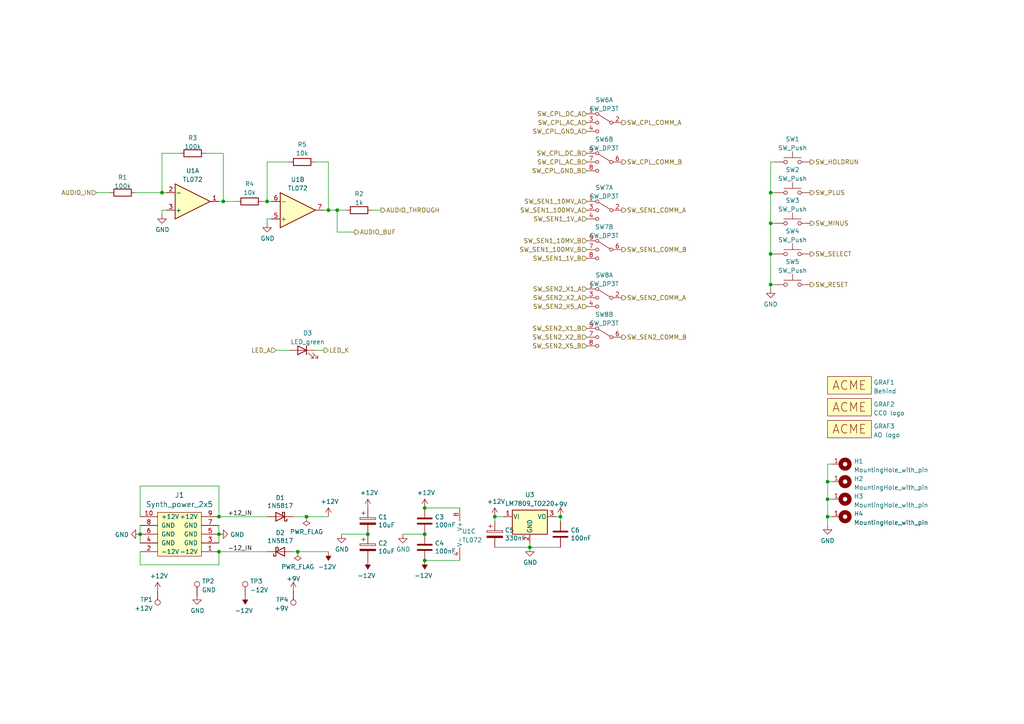
<source format=kicad_sch>
(kicad_sch (version 20230121) (generator eeschema)
  (paper "A4")
  (lib_symbols
    (symbol "AO_symbols:1N5817" (pin_numbers hide) (pin_names (offset 1.016) hide)
      (property "Reference" "D" (at 0 2.54 0))
      (property "Value" "1N5817" (at 0 -2.54 0))
      (symbol "1N5817_0_1"
        (polyline (pts (xy 1.27 0) (xy -1.27 0)))
        (polyline (pts (xy 1.27 1.27) (xy 1.27 -1.27) (xy -1.27 0) (xy 1.27 1.27)) (stroke (width 0.254)))
        (polyline (pts (xy -1.905 0.635) (xy -1.905 1.27) (xy -1.27 1.27) (xy -1.27 -1.27) (xy -0.635 -1.27) (xy -0.635 -0.635)) (stroke (width 0.254)))
      )
      (symbol "1N5817_1_1"
        (pin passive line (at -3.81 0 0) (length 2.54) (name "K") (number "1"))
        (pin passive line (at 3.81 0 180) (length 2.54) (name "A") (number "2"))
      )
    )
    (symbol "AO_symbols:C" (pin_numbers hide) (pin_names (offset 0.254))
      (property "Reference" "C" (at 0.635 2.54 0))
      (property "Value" "C" (at 0.635 -2.54 0))
      (symbol "C_0_1"
        (polyline (pts (xy -2.032 -0.762) (xy 2.032 -0.762)) (stroke (width 0.508)))
        (polyline (pts (xy -2.032 0.762) (xy 2.032 0.762)) (stroke (width 0.508)))
      )
      (symbol "C_1_1"
        (pin passive line (at 0 3.81 270) (length 2.794) (name "~") (number "1"))
        (pin passive line (at 0 -3.81 90) (length 2.794) (name "~") (number "2"))
      )
    )
    (symbol "AO_symbols:CP" (pin_numbers hide) (pin_names (offset 0.254))
      (property "Reference" "C" (at 0.635 2.54 0))
      (property "Value" "CP" (at 0.635 -2.54 0))
      (symbol "CP_0_1"
        (rectangle (start -2.286 0.508) (end 2.286 1.016))
        (polyline (pts (xy -1.778 2.286) (xy -0.762 2.286)))
        (polyline (pts (xy -1.27 2.794) (xy -1.27 1.778)))
        (rectangle (start 2.286 -0.508) (end -2.286 -1.016) (fill (type outline)))
      )
      (symbol "CP_1_1"
        (pin passive line (at 0 3.81 270) (length 2.794) (name "~") (number "1"))
        (pin passive line (at 0 -3.81 90) (length 2.794) (name "~") (number "2"))
      )
    )
    (symbol "AO_symbols:Graphic" (pin_names (offset 1.016)) (in_bom no)
      (property "Reference" "GRAF" (at 0 -3.81 0))
      (property "Value" "Graphic" (at 0 3.81 0))
      (symbol "Graphic_0_0"
        (rectangle (start -6.35 2.54) (end 6.35 -2.54) (fill (type background)))
        (text "ACME" (at 0 0 0) (effects (font (size 2.54 2.54))))
      )
    )
    (symbol "AO_symbols:LED_green" (pin_numbers hide) (pin_names (offset 1.016) hide)
      (property "Reference" "D" (at 0 2.54 0))
      (property "Value" "LED_green" (at 0 -2.54 0))
      (symbol "LED_green_0_1"
        (polyline (pts (xy -1.27 -1.27) (xy -1.27 1.27)) (stroke (width 0.254)))
        (polyline (pts (xy -1.27 0) (xy 1.27 0)))
        (polyline (pts (xy 1.27 -1.27) (xy 1.27 1.27) (xy -1.27 0) (xy 1.27 -1.27)) (stroke (width 0.254)))
        (polyline (pts (xy -3.048 -0.762) (xy -4.572 -2.286) (xy -3.81 -2.286) (xy -4.572 -2.286) (xy -4.572 -1.524)))
        (polyline (pts (xy -1.778 -0.762) (xy -3.302 -2.286) (xy -2.54 -2.286) (xy -3.302 -2.286) (xy -3.302 -1.524)))
      )
      (symbol "LED_green_1_1"
        (pin passive line (at -3.81 0 0) (length 2.54) (name "K") (number "1"))
        (pin passive line (at 3.81 0 180) (length 2.54) (name "A") (number "2"))
      )
    )
    (symbol "AO_symbols:MountingHole_with_pin" (pin_names (offset 1.016)) (in_bom no)
      (property "Reference" "H" (at 0 5.08 0))
      (property "Value" "MountingHole_with_pin" (at 0 3.175 0))
      (symbol "MountingHole_with_pin_0_1"
        (circle (center 0 0) (radius 1.27) (stroke (width 1.27)))
      )
      (symbol "MountingHole_with_pin_1_1"
        (pin input line (at 0 -3.81 90) (length 2.54) (name "") (number "1"))
      )
    )
    (symbol "AO_symbols:R" (pin_numbers hide) (pin_names (offset 0))
      (property "Reference" "R" (at 2.032 0 90))
      (property "Value" "R" (at 0 0 90))
      (symbol "R_0_1"
        (rectangle (start -1.016 -2.54) (end 1.016 2.54) (stroke (width 0.254)))
      )
      (symbol "R_1_1"
        (pin passive line (at 0 3.81 270) (length 1.27) (name "~") (number "1"))
        (pin passive line (at 0 -3.81 90) (length 1.27) (name "~") (number "2"))
      )
    )
    (symbol "AO_symbols:SW_Push" (pin_numbers hide) (pin_names (offset 1.016) hide)
      (property "Reference" "SW" (at 1.27 2.54 0))
      (property "Value" "SW_Push" (at 0 -1.524 0))
      (symbol "SW_Push_0_1"
        (circle (center -2.032 0) (radius 0.508))
        (polyline (pts (xy 0 1.27) (xy 0 3.048)))
        (polyline (pts (xy 2.54 1.27) (xy -2.54 1.27)))
        (circle (center 2.032 0) (radius 0.508))
        (pin passive line (at -5.08 0 0) (length 2.54) (name "1") (number "1"))
        (pin passive line (at 5.08 0 180) (length 2.54) (name "2") (number "2"))
      )
    )
    (symbol "AO_symbols:Synth_power_2x5" (pin_names (offset 1.016))
      (property "Reference" "J" (at 0 -7.62 0))
      (property "Value" "Synth_power_2x5" (at 0 7.62 0))
      (symbol "Synth_power_2x5_0_1"
        (rectangle (start -6.35 6.35) (end 6.35 -6.35) (fill (type background)))
      )
      (symbol "Synth_power_2x5_1_1"
        (pin power_out line (at 11.43 -5.08 180) (length 5.08) (name "-12V") (number "1"))
        (pin passive line (at -11.43 5.08 0) (length 5.08) (name "+12V") (number "10"))
        (pin passive line (at -11.43 -5.08 0) (length 5.08) (name "-12V") (number "2"))
        (pin power_out line (at 11.43 -2.54 180) (length 5.08) (name "GND") (number "3"))
        (pin passive line (at -11.43 -2.54 0) (length 5.08) (name "GND") (number "4"))
        (pin passive line (at 11.43 0 180) (length 5.08) (name "GND") (number "5"))
        (pin passive line (at -11.43 0 0) (length 5.08) (name "GND") (number "6"))
        (pin passive line (at 11.43 2.54 180) (length 5.08) (name "GND") (number "7"))
        (pin passive line (at -11.43 2.54 0) (length 5.08) (name "GND") (number "8"))
        (pin power_out line (at 11.43 5.08 180) (length 5.08) (name "+12V") (number "9"))
      )
    )
    (symbol "AO_symbols:TL072" (pin_names (offset 0.127))
      (property "Reference" "U" (at 0 5.08 0))
      (property "Value" "TL072" (at 0 -5.08 0))
      (symbol "TL072_1_1"
        (polyline (pts (xy -5.08 5.08) (xy 5.08 0) (xy -5.08 -5.08) (xy -5.08 5.08)) (stroke (width 0.254)) (fill (type background)))
        (pin output line (at 7.62 0 180) (length 2.54) (name "~") (number "1"))
        (pin input line (at -7.62 -2.54 0) (length 2.54) (name "-") (number "2"))
        (pin input line (at -7.62 2.54 0) (length 2.54) (name "+") (number "3"))
      )
      (symbol "TL072_2_1"
        (polyline (pts (xy -5.08 5.08) (xy 5.08 0) (xy -5.08 -5.08) (xy -5.08 5.08)) (stroke (width 0.254)) (fill (type background)))
        (pin input line (at -7.62 2.54 0) (length 2.54) (name "+") (number "5"))
        (pin input line (at -7.62 -2.54 0) (length 2.54) (name "-") (number "6"))
        (pin output line (at 7.62 0 180) (length 2.54) (name "~") (number "7"))
      )
      (symbol "TL072_3_1"
        (pin power_in line (at -2.54 -7.62 90) (length 3.81) (name "V-") (number "4"))
        (pin power_in line (at -2.54 7.62 270) (length 3.81) (name "V+") (number "8"))
      )
    )
    (symbol "AO_symbols:TestPoint" (pin_numbers hide) (pin_names (offset 0.762) hide) (in_bom no)
      (property "Reference" "TP" (at 0 6.858 0))
      (property "Value" "TestPoint" (at 0 5.08 0))
      (symbol "TestPoint_0_1"
        (circle (center 0 3.302) (radius 0.762))
      )
      (symbol "TestPoint_1_1"
        (pin passive line (at 0 0 90) (length 2.54) (name "1") (number "1"))
      )
    )
    (symbol "Regulator_Linear:LM7809_TO220" (pin_names (offset 0.254))
      (property "Reference" "U" (at -3.81 3.175 0))
      (property "Value" "LM7809_TO220" (at 0 3.175 0))
      (symbol "LM7809_TO220_0_1"
        (rectangle (start -5.08 1.905) (end 5.08 -5.08) (stroke (width 0.254)) (fill (type background)))
      )
      (symbol "LM7809_TO220_1_1"
        (pin power_in line (at -7.62 0 0) (length 2.54) (name "VI") (number "1"))
        (pin power_in line (at 0 -7.62 90) (length 2.54) (name "GND") (number "2"))
        (pin power_out line (at 7.62 0 180) (length 2.54) (name "VO") (number "3"))
      )
    )
    (symbol "dso138:SW_DP3T" (pin_names (offset 0) hide)
      (property "Reference" "SW2" (at 0 6.8367 0))
      (property "Value" "SW_DP3T" (at 0 4.0616 0))
      (symbol "SW_DP3T_0_1"
        (circle (center -2.032 0) (radius 0.4572))
        (polyline (pts (xy -1.651 0.254) (xy 1.651 2.286)))
        (circle (center 2.032 -2.54) (radius 0.4572))
        (circle (center 2.032 0) (radius 0.4572))
        (circle (center 2.032 2.54) (radius 0.4572))
      )
      (symbol "SW_DP3T_1_1"
        (pin passive line (at 5.08 2.54 180) (length 2.54) (name "1") (number "1"))
        (pin passive line (at -5.08 0 0) (length 2.54) (name "2") (number "2"))
        (pin passive line (at 5.08 0 180) (length 2.54) (name "3") (number "3"))
        (pin passive line (at 5.08 -2.54 180) (length 2.54) (name "4") (number "4"))
      )
      (symbol "SW_DP3T_2_1"
        (pin passive line (at 5.08 2.54 180) (length 2.54) (name "5") (number "5"))
        (pin passive line (at -5.08 0 0) (length 2.54) (name "6") (number "6"))
        (pin passive line (at 5.08 0 180) (length 2.54) (name "7") (number "7"))
        (pin passive line (at 5.08 -2.54 180) (length 2.54) (name "8") (number "8"))
      )
    )
    (symbol "power:+12V" (power) (pin_names (offset 0))
      (property "Value" "+12V" (at 0 3.556 0))
      (symbol "+12V_0_1"
        (polyline (pts (xy -0.762 1.27) (xy 0 2.54)))
        (polyline (pts (xy 0 0) (xy 0 2.54)))
        (polyline (pts (xy 0 2.54) (xy 0.762 1.27)))
      )
      (symbol "+12V_1_1"
        (pin power_in line (at 0 0 90) (length 0) hide (name "+12V") (number "1"))
      )
    )
    (symbol "power:+9V" (power) (pin_names (offset 0))
      (property "Value" "+9V" (at 0 3.556 0))
      (symbol "+9V_0_1"
        (polyline (pts (xy -0.762 1.27) (xy 0 2.54)))
        (polyline (pts (xy 0 0) (xy 0 2.54)))
        (polyline (pts (xy 0 2.54) (xy 0.762 1.27)))
      )
      (symbol "+9V_1_1"
        (pin power_in line (at 0 0 90) (length 0) hide (name "+9V") (number "1"))
      )
    )
    (symbol "power:-12V" (power) (pin_names (offset 0))
      (property "Value" "-12V" (at 0 3.81 0))
      (symbol "-12V_0_0"
        (pin power_in line (at 0 0 90) (length 0) hide (name "-12V") (number "1"))
      )
      (symbol "-12V_0_1"
        (polyline (pts (xy 0 0) (xy 0 1.27) (xy 0.762 1.27) (xy 0 2.54) (xy -0.762 1.27) (xy 0 1.27)) (fill (type outline)))
      )
    )
    (symbol "power:GND" (power) (pin_names (offset 0))
      (property "Value" "GND" (at 0 -3.81 0))
      (symbol "GND_0_1"
        (polyline (pts (xy 0 0) (xy 0 -1.27) (xy 1.27 -1.27) (xy 0 -2.54) (xy -1.27 -1.27) (xy 0 -1.27)))
      )
      (symbol "GND_1_1"
        (pin power_in line (at 0 0 270) (length 0) hide (name "GND") (number "1"))
      )
    )
    (symbol "power:PWR_FLAG" (power) (pin_numbers hide) (pin_names (offset 0) hide)
      (property "Value" "PWR_FLAG" (at 0 3.81 0))
      (symbol "PWR_FLAG_0_0"
        (pin power_out line (at 0 0 90) (length 0) (name "pwr") (number "1"))
      )
      (symbol "PWR_FLAG_0_1"
        (polyline (pts (xy 0 0) (xy 0 1.27) (xy -1.016 1.905) (xy 0 2.54) (xy 1.016 1.905) (xy 0 1.27)))
      )
    )
  )
  (junction (at 240.03 149.86))
  (junction (at 153.67 158.75))
  (junction (at 162.56 149.86))
  (junction (at 240.03 144.78))
  (junction (at 123.19 154.94))
  (junction (at 64.77 58.42))
  (junction (at 223.52 73.66))
  (junction (at 63.5 149.86))
  (junction (at 223.52 55.88))
  (junction (at 106.68 154.94))
  (junction (at 88.9 149.86))
  (junction (at 97.79 60.96))
  (junction (at 123.19 162.56))
  (junction (at 95.25 60.96))
  (junction (at 223.52 82.55))
  (junction (at 240.03 139.7))
  (junction (at 223.52 64.77))
  (junction (at 143.51 149.86))
  (junction (at 40.64 154.94))
  (junction (at 46.99 55.88))
  (junction (at 77.47 58.42))
  (junction (at 63.5 160.02))
  (junction (at 123.19 147.32))
  (junction (at 63.5 154.94))
  (junction (at 86.36 160.02))
  (wire (pts (xy 107.95 60.96) (xy 110.49 60.96)))
  (wire (pts (xy 123.19 162.56) (xy 133.35 162.56)))
  (wire (pts (xy 27.94 55.88) (xy 31.75 55.88)))
  (wire (pts (xy 86.36 160.02) (xy 95.25 160.02)))
  (wire (pts (xy 223.52 55.88) (xy 223.52 64.77)))
  (wire (pts (xy 40.64 149.86) (xy 40.64 140.97)))
  (wire (pts (xy 240.03 134.62) (xy 241.3 134.62)))
  (wire (pts (xy 97.79 67.31) (xy 97.79 60.96)))
  (wire (pts (xy 46.99 55.88) (xy 46.99 44.45)))
  (wire (pts (xy 64.77 58.42) (xy 68.58 58.42)))
  (wire (pts (xy 223.52 64.77) (xy 224.79 64.77)))
  (wire (pts (xy 97.79 60.96) (xy 100.33 60.96)))
  (wire (pts (xy 240.03 139.7) (xy 241.3 139.7)))
  (wire (pts (xy 240.03 152.4) (xy 240.03 149.86)))
  (wire (pts (xy 153.67 158.75) (xy 143.51 158.75)))
  (wire (pts (xy 240.03 144.78) (xy 241.3 144.78)))
  (wire (pts (xy 63.5 163.83) (xy 63.5 160.02)))
  (wire (pts (xy 99.06 154.94) (xy 106.68 154.94)))
  (wire (pts (xy 46.99 62.23) (xy 46.99 60.96)))
  (wire (pts (xy 223.52 73.66) (xy 223.52 82.55)))
  (wire (pts (xy 83.82 46.99) (xy 77.47 46.99)))
  (wire (pts (xy 46.99 44.45) (xy 52.07 44.45)))
  (wire (pts (xy 85.09 160.02) (xy 86.36 160.02)))
  (wire (pts (xy 46.99 55.88) (xy 48.26 55.88)))
  (wire (pts (xy 77.47 64.77) (xy 77.47 63.5)))
  (wire (pts (xy 97.79 67.31) (xy 102.87 67.31)))
  (wire (pts (xy 40.64 140.97) (xy 63.5 140.97)))
  (wire (pts (xy 39.37 55.88) (xy 46.99 55.88)))
  (wire (pts (xy 161.29 149.86) (xy 162.56 149.86)))
  (wire (pts (xy 77.47 63.5) (xy 78.74 63.5)))
  (wire (pts (xy 223.52 64.77) (xy 223.52 73.66)))
  (wire (pts (xy 240.03 149.86) (xy 241.3 149.86)))
  (wire (pts (xy 223.52 82.55) (xy 223.52 83.82)))
  (wire (pts (xy 240.03 139.7) (xy 240.03 134.62)))
  (wire (pts (xy 64.77 44.45) (xy 64.77 58.42)))
  (wire (pts (xy 95.25 46.99) (xy 95.25 60.96)))
  (wire (pts (xy 240.03 149.86) (xy 240.03 144.78)))
  (wire (pts (xy 59.69 44.45) (xy 64.77 44.45)))
  (wire (pts (xy 40.64 154.94) (xy 40.64 157.48)))
  (wire (pts (xy 223.52 73.66) (xy 224.79 73.66)))
  (wire (pts (xy 143.51 149.86) (xy 146.05 149.86)))
  (wire (pts (xy 77.47 46.99) (xy 77.47 58.42)))
  (wire (pts (xy 95.25 60.96) (xy 97.79 60.96)))
  (wire (pts (xy 240.03 144.78) (xy 240.03 139.7)))
  (wire (pts (xy 63.5 149.86) (xy 77.47 149.86)))
  (wire (pts (xy 63.5 152.4) (xy 63.5 154.94)))
  (wire (pts (xy 91.44 46.99) (xy 95.25 46.99)))
  (wire (pts (xy 116.84 154.94) (xy 123.19 154.94)))
  (wire (pts (xy 80.01 101.6) (xy 83.82 101.6)))
  (wire (pts (xy 40.64 160.02) (xy 40.64 163.83)))
  (wire (pts (xy 153.67 157.48) (xy 153.67 158.75)))
  (wire (pts (xy 40.64 163.83) (xy 63.5 163.83)))
  (wire (pts (xy 63.5 140.97) (xy 63.5 149.86)))
  (wire (pts (xy 224.79 46.99) (xy 223.52 46.99)))
  (wire (pts (xy 162.56 149.86) (xy 162.56 151.13)))
  (wire (pts (xy 46.99 60.96) (xy 48.26 60.96)))
  (wire (pts (xy 88.9 149.86) (xy 95.25 149.86)))
  (wire (pts (xy 224.79 55.88) (xy 223.52 55.88)))
  (wire (pts (xy 95.25 60.96) (xy 93.98 60.96)))
  (wire (pts (xy 143.51 151.13) (xy 143.51 149.86)))
  (wire (pts (xy 63.5 58.42) (xy 64.77 58.42)))
  (wire (pts (xy 223.52 46.99) (xy 223.52 55.88)))
  (wire (pts (xy 162.56 158.75) (xy 153.67 158.75)))
  (wire (pts (xy 76.2 58.42) (xy 77.47 58.42)))
  (wire (pts (xy 85.09 149.86) (xy 88.9 149.86)))
  (wire (pts (xy 40.64 152.4) (xy 40.64 154.94)))
  (wire (pts (xy 63.5 154.94) (xy 63.5 157.48)))
  (wire (pts (xy 63.5 160.02) (xy 77.47 160.02)))
  (wire (pts (xy 91.44 101.6) (xy 93.98 101.6)))
  (wire (pts (xy 123.19 147.32) (xy 133.35 147.32)))
  (wire (pts (xy 77.47 58.42) (xy 78.74 58.42)))
  (wire (pts (xy 223.52 82.55) (xy 224.79 82.55)))
  (label "+12_IN" (at 66.04 149.86 0))
  (label "-12_IN" (at 66.04 160.02 0))
  (hierarchical_label "SW_SEN1_10MV_A" (shape input) (at 170.18 58.42 180))
  (hierarchical_label "SW_SEN2_X1_A" (shape input) (at 170.18 83.82 180))
  (hierarchical_label "SW_SEN1_100MV_A" (shape input) (at 170.18 60.96 180))
  (hierarchical_label "SW_SEN2_X2_A" (shape input) (at 170.18 86.36 180))
  (hierarchical_label "SW_SEN1_COMM_A" (shape output) (at 180.34 60.96 0))
  (hierarchical_label "SW_MINUS" (shape output) (at 234.95 64.77 0))
  (hierarchical_label "SW_SEN1_COMM_B" (shape output) (at 180.34 72.39 0))
  (hierarchical_label "SW_CPL_AC_A" (shape input) (at 170.18 35.56 180))
  (hierarchical_label "SW_RESET" (shape output) (at 234.95 82.55 0))
  (hierarchical_label "AUDIO_THROUGH" (shape output) (at 110.49 60.96 0))
  (hierarchical_label "SW_CPL_GND_B" (shape input) (at 170.18 49.53 180))
  (hierarchical_label "SW_CPL_AC_B" (shape input) (at 170.18 46.99 180))
  (hierarchical_label "SW_CPL_DC_A" (shape input) (at 170.18 33.02 180))
  (hierarchical_label "SW_SEN2_COMM_A" (shape output) (at 180.34 86.36 0))
  (hierarchical_label "SW_SEN2_X5_A" (shape input) (at 170.18 88.9 180))
  (hierarchical_label "SW_SEN1_1V_B" (shape input) (at 170.18 74.93 180))
  (hierarchical_label "SW_CPL_COMM_B" (shape output) (at 180.34 46.99 0))
  (hierarchical_label "SW_SEN2_COMM_B" (shape output) (at 180.34 97.79 0))
  (hierarchical_label "SW_CPL_COMM_A" (shape output) (at 180.34 35.56 0))
  (hierarchical_label "SW_SEN2_X5_B" (shape input) (at 170.18 100.33 180))
  (hierarchical_label "LED_K" (shape output) (at 93.98 101.6 0))
  (hierarchical_label "SW_SELECT" (shape output) (at 234.95 73.66 0))
  (hierarchical_label "SW_CPL_DC_B" (shape input) (at 170.18 44.45 180))
  (hierarchical_label "SW_PLUS" (shape output) (at 234.95 55.88 0))
  (hierarchical_label "AUDIO_IN" (shape input) (at 27.94 55.88 180))
  (hierarchical_label "SW_SEN2_X2_B" (shape input) (at 170.18 97.79 180))
  (hierarchical_label "SW_SEN1_100MV_B" (shape input) (at 170.18 72.39 180))
  (hierarchical_label "SW_HOLDRUN" (shape output) (at 234.95 46.99 0))
  (hierarchical_label "SW_SEN1_1V_A" (shape input) (at 170.18 63.5 180))
  (hierarchical_label "SW_SEN1_10MV_B" (shape input) (at 170.18 69.85 180))
  (hierarchical_label "SW_SEN2_X1_B" (shape input) (at 170.18 95.25 180))
  (hierarchical_label "SW_CPL_GND_A" (shape input) (at 170.18 38.1 180))
  (hierarchical_label "LED_A" (shape input) (at 80.01 101.6 180))
  (hierarchical_label "AUDIO_BUF" (shape output) (at 102.87 67.31 0))
  (symbol (lib_id "power:GND") (at 116.84 154.94 0) (unit 1)
    (property "Reference" "#PWR016" (effects hide))
    (property "Value" "GND" (at 116.967 159.3342 0))
    (instances (project "dso138" (path "" (reference "#PWR016") (unit 1)) (path "" (reference "#PWR021") (unit 1))))
  )
  (symbol (lib_id "power:-12V") (at 71.12 172.72 180) (unit 1)
    (property "Reference" "#PWR08" (effects hide))
    (property "Value" "-12V" (at 70.739 177.1142 0))
    (instances (project "dso138" (path "" (reference "#PWR08") (unit 1)) (path "" (reference "#PWR014") (unit 1))))
  )
  (symbol (lib_id "power:GND") (at 240.03 152.4 0) (unit 1)
    (property "Reference" "#PWR03" (effects hide))
    (property "Value" "GND" (at 240.03 156.8434 0))
    (instances (project "dso138" (path "" (reference "#PWR03") (unit 1)) (path "" (reference "#PWR010") (unit 1))))
  )
  (symbol (lib_id "AO_symbols:LED_green") (at 87.63 101.6 0) (mirror y) (unit 1)
    (property "Reference" "D3" (at 89.2175 96.6302 0))
    (property "Value" "LED_green" (at 89.2175 99.1671 0))
    (property "Footprint" "AO_tht:LED_D5.0mm" (effects hide))
    (property "Vendor" "Tayda" (effects hide))
    (property "SKU" "A-1553" (effects hide))
  )
  (symbol (lib_id "power:-12V") (at 106.68 162.56 180) (unit 1)
    (property "Reference" "#PWR015" (effects hide))
    (property "Value" "-12V" (at 106.299 166.9542 0))
    (instances (project "dso138" (path "" (reference "#PWR015") (unit 1)) (path "" (reference "#PWR020") (unit 1))))
  )
  (symbol (lib_id "AO_symbols:Synth_power_2x5") (at 52.07 154.94 0) (unit 1)
    (property "Reference" "J1" (at 52.07 143.5862 0) (effects (font (size 1.524 1.524))))
    (property "Value" "Synth_power_2x5" (at 52.07 146.2786 0) (effects (font (size 1.524 1.524))))
    (property "Footprint" "AO_tht:Power_Header" (effects hide))
    (property "Vendor" "Tayda" (effects hide))
    (property "SKU" "A-2939" (effects hide))
  )
  (symbol (lib_id "AO_symbols:TestPoint") (at 71.12 172.72 0) (unit 1) (in_bom no)
    (property "Reference" "TP3" (at 72.517 168.5833 0) (effects (justify left)))
    (property "Value" "-12V" (at 72.517 171.1202 0) (effects (justify left)))
    (property "Footprint" "AO_tht:TestPoint_THTPad_D1.5mm_Drill0.7mm" (effects hide))
    (property "Config" "DNF" (effects hide))
  )
  (symbol (lib_id "AO_symbols:R") (at 87.63 46.99 90) (unit 1)
    (property "Reference" "R5" (at 87.63 41.91 90))
    (property "Value" "10k" (at 87.63 44.45 90))
    (property "Footprint" "AO_tht:R_Axial_DIN0207_L6.3mm_D2.5mm_P10.16mm_Horizontal" (effects hide))
    (property "Vendor" "Tayda" (effects hide))
  )
  (symbol (lib_id "AO_symbols:TL072") (at 135.89 154.94 0) (unit 3)
    (property "Reference" "U1" (at 133.985 154.1053 0) (effects (justify left)))
    (property "Value" "TL072" (at 133.985 156.6422 0) (effects (justify left)))
    (property "Footprint" "AO_tht:DIP-8_W7.62mm_Socket_LongPads" (effects hide))
    (property "Vendor" "Tayda" (effects hide))
    (property "SKU" "A-037" (effects hide))
  )
  (symbol (lib_id "AO_symbols:TL072") (at 55.88 58.42 0) (mirror x) (unit 1)
    (property "Reference" "U1" (at 55.88 49.53 0))
    (property "Value" "TL072" (at 55.88 52.07 0))
    (property "Footprint" "AO_tht:DIP-8_W7.62mm_Socket_LongPads" (effects hide))
    (property "Vendor" "Tayda" (effects hide))
    (property "SKU" "A-037" (effects hide))
  )
  (symbol (lib_id "dso138:SW_DP3T") (at 175.26 72.39 0) (mirror y) (unit 2)
    (property "Reference" "SW7" (at 175.26 65.82 0))
    (property "Value" "SW_DP3T" (at 175.26 68.3569 0))
    (property "Footprint" "dso138:SW_CK_OS203012MU5QP1_DP3T" (effects hide))
    (property "Manufacturer" "C&K" (effects hide))
    (property "Part" "OS203012MU5QP1‎" (effects hide))
    (property "Vendor" "Digi-Key" (effects hide))
    (property "SKU" "CKN9554-ND" (effects hide))
  )
  (symbol (lib_id "AO_symbols:TestPoint") (at 45.72 171.45 0) (mirror x) (unit 1) (in_bom no)
    (property "Reference" "TP1" (at 44.323 173.9173 0) (effects (justify right)))
    (property "Value" "+12V" (at 44.323 176.4542 0) (effects (justify right)))
    (property "Footprint" "AO_tht:TestPoint_THTPad_D1.5mm_Drill0.7mm" (effects hide))
    (property "Config" "DNF" (effects hide))
  )
  (symbol (lib_id "power:+12V") (at 123.19 147.32 0) (unit 1)
    (property "Reference" "#PWR017" (effects hide))
    (property "Value" "+12V" (at 123.571 142.9258 0))
    (instances (project "dso138" (path "" (reference "#PWR017") (unit 1)) (path "" (reference "#PWR022") (unit 1))))
  )
  (symbol (lib_id "AO_symbols:CP") (at 106.68 151.13 0) (unit 1)
    (property "Reference" "C1" (at 109.6772 149.9616 0) (effects (justify left)))
    (property "Value" "10uF" (at 109.6772 152.273 0) (effects (justify left)))
    (property "Footprint" "AO_tht:CP_Radial_D6.3mm_P2.50mm" (effects hide))
    (property "Vendor" "Tayda" (effects hide))
    (property "SKU" "A-4349" (effects hide))
    (property "Description" "Electrolytic capacitor, 2.5 mm pitch" (effects hide))
  )
  (symbol (lib_id "AO_symbols:SW_Push") (at 229.87 46.99 0) (unit 1)
    (property "Reference" "SW1" (at 229.87 40.3692 0))
    (property "Value" "SW_Push" (at 229.87 42.9061 0))
    (property "Footprint" "AO_tht:Tactile_E-switch_TL1100F160Q" (effects hide))
    (property "Vendor" "Tayda" (effects hide))
    (property "SKU" "A-3487" (effects hide))
  )
  (symbol (lib_id "power:GND") (at 153.67 158.75 0) (unit 1)
    (property "Reference" "#PWR020" (effects hide))
    (property "Value" "GND" (at 153.797 163.1442 0))
    (instances (project "dso138" (path "" (reference "#PWR020") (unit 1)) (path "" (reference "#PWR025") (unit 1))))
  )
  (symbol (lib_id "power:+12V") (at 106.68 147.32 0) (unit 1)
    (property "Reference" "#PWR014" (effects hide))
    (property "Value" "+12V" (at 107.061 142.9258 0))
    (instances (project "dso138" (path "" (reference "#PWR014") (unit 1)) (path "" (reference "#PWR019") (unit 1))))
  )
  (symbol (lib_id "power:GND") (at 99.06 154.94 0) (unit 1)
    (property "Reference" "#PWR013" (effects hide))
    (property "Value" "GND" (at 99.187 159.3342 0))
    (instances (project "dso138" (path "" (reference "#PWR013") (unit 1)) (path "" (reference "#PWR018") (unit 1))))
  )
  (symbol (lib_id "AO_symbols:SW_Push") (at 229.87 64.77 0) (unit 1)
    (property "Reference" "SW3" (at 229.87 58.1492 0))
    (property "Value" "SW_Push" (at 229.87 60.6861 0))
    (property "Footprint" "AO_tht:Tactile_E-switch_TL1100F160Q" (effects hide))
    (property "Vendor" "Tayda" (effects hide))
    (property "SKU" "A-3487" (effects hide))
  )
  (symbol (lib_id "AO_symbols:C") (at 162.56 154.94 0) (unit 1)
    (property "Reference" "C6" (at 165.481 153.7716 0) (effects (justify left)))
    (property "Value" "100nF" (at 165.481 156.083 0) (effects (justify left)))
    (property "Footprint" "AO_tht:C_Disc_D3.0mm_W1.6mm_P2.50mm" (effects hide))
    (property "Vendor" "Tayda" (effects hide))
    (property "SKU" "A-962" (effects hide))
    (property "Description" "Ceramic capacitor, 2.5 mm pitch" (effects hide))
  )
  (symbol (lib_id "AO_symbols:Graphic") (at 246.38 124.46 0) (unit 1) (in_bom no)
    (property "Reference" "GRAF3" (at 253.365 123.6253 0) (effects (justify left)))
    (property "Value" "AO logo" (at 253.365 126.1622 0) (effects (justify left)))
    (property "Footprint" "AO_tht:analogoutput" (effects hide))
    (property "Config" "DNF" (effects hide))
  )
  (symbol (lib_id "AO_symbols:MountingHole_with_pin") (at 245.11 144.78 270) (unit 1) (in_bom no)
    (property "Reference" "H3" (at 247.65 143.9453 90) (effects (justify left)))
    (property "Value" "MountingHole_with_pin" (at 247.65 146.4822 90) (effects (justify left)))
    (property "Footprint" "AO_tht:MountingHole_3.2mm_Pad" (effects hide))
    (property "Config" "DNF" (effects hide))
  )
  (symbol (lib_id "power:+12V") (at 143.51 149.86 0) (unit 1)
    (property "Reference" "#PWR019" (effects hide))
    (property "Value" "+12V" (at 143.891 145.4658 0))
    (instances (project "dso138" (path "" (reference "#PWR019") (unit 1)) (path "" (reference "#PWR024") (unit 1))))
  )
  (symbol (lib_id "power:GND") (at 40.64 154.94 270) (unit 1)
    (property "Reference" "#PWR01" (effects hide))
    (property "Value" "GND" (at 37.3888 155.067 90) (effects (justify right)))
    (instances (project "dso138" (path "" (reference "#PWR01") (unit 1)) (path "" (reference "#PWR08") (unit 1))))
  )
  (symbol (lib_id "AO_symbols:1N5817") (at 81.28 149.86 180) (unit 1)
    (property "Reference" "D1" (at 81.28 144.3736 0))
    (property "Value" "1N5817" (at 81.28 146.685 0))
    (property "Footprint" "AO_tht:D_DO-41_SOD81_P10.16mm_Horizontal" (effects hide))
    (property "Vendor" "Tayda" (effects hide))
    (property "SKU" "A-159" (effects hide))
  )
  (symbol (lib_id "dso138:SW_DP3T") (at 175.26 60.96 0) (mirror y) (unit 1)
    (property "Reference" "SW7" (at 175.26 54.39 0))
    (property "Value" "SW_DP3T" (at 175.26 56.9269 0))
    (property "Footprint" "dso138:SW_CK_OS203012MU5QP1_DP3T" (effects hide))
    (property "Manufacturer" "C&K" (effects hide))
    (property "Part" "OS203012MU5QP1‎" (effects hide))
    (property "Vendor" "Digi-Key" (effects hide))
    (property "SKU" "CKN9554-ND" (effects hide))
  )
  (symbol (lib_id "AO_symbols:MountingHole_with_pin") (at 245.11 134.62 270) (unit 1) (in_bom no)
    (property "Reference" "H1" (at 247.65 133.7853 90) (effects (justify left)))
    (property "Value" "MountingHole_with_pin" (at 247.65 136.3222 90) (effects (justify left)))
    (property "Footprint" "AO_tht:MountingHole_3.2mm_Pad" (effects hide))
    (property "Config" "DNF" (effects hide))
  )
  (symbol (lib_id "power:PWR_FLAG") (at 86.36 160.02 0) (mirror x) (unit 1)
    (property "Reference" "#FLG01" (effects hide))
    (property "Value" "PWR_FLAG" (at 86.36 164.4142 0))
  )
  (symbol (lib_id "AO_symbols:R") (at 72.39 58.42 90) (unit 1)
    (property "Reference" "R4" (at 72.39 53.34 90))
    (property "Value" "10k" (at 72.39 55.88 90))
    (property "Footprint" "AO_tht:R_Axial_DIN0207_L6.3mm_D2.5mm_P10.16mm_Horizontal" (effects hide))
    (property "Vendor" "Tayda" (effects hide))
  )
  (symbol (lib_id "dso138:SW_DP3T") (at 175.26 46.99 0) (mirror y) (unit 2)
    (property "Reference" "SW6" (at 175.26 40.42 0))
    (property "Value" "SW_DP3T" (at 175.26 42.9569 0))
    (property "Footprint" "dso138:SW_CK_OS203012MU5QP1_DP3T" (effects hide))
    (property "Manufacturer" "C&K" (effects hide))
    (property "Part" "OS203012MU5QP1‎" (effects hide))
    (property "Vendor" "Digi-Key" (effects hide))
    (property "SKU" "CKN9554-ND" (effects hide))
  )
  (symbol (lib_id "power:+9V") (at 85.09 171.45 0) (unit 1)
    (property "Reference" "#PWR09" (effects hide))
    (property "Value" "+9V" (at 85.09 167.8742 0))
    (instances (project "dso138" (path "" (reference "#PWR09") (unit 1)) (path "" (reference "#PWR015") (unit 1))))
  )
  (symbol (lib_id "power:+9V") (at 162.56 149.86 0) (unit 1)
    (property "Reference" "#PWR021" (effects hide))
    (property "Value" "+9V" (at 162.56 146.2842 0))
    (instances (project "dso138" (path "" (reference "#PWR021") (unit 1)) (path "" (reference "#PWR026") (unit 1))))
  )
  (symbol (lib_id "power:+12V") (at 45.72 171.45 0) (unit 1)
    (property "Reference" "#PWR02" (effects hide))
    (property "Value" "+12V" (at 46.101 167.0558 0))
    (instances (project "dso138" (path "" (reference "#PWR02") (unit 1)) (path "" (reference "#PWR09") (unit 1))))
  )
  (symbol (lib_id "AO_symbols:MountingHole_with_pin") (at 245.11 139.7 270) (unit 1) (in_bom no)
    (property "Reference" "H2" (at 247.65 138.8653 90) (effects (justify left)))
    (property "Value" "MountingHole_with_pin" (at 247.65 141.4022 90) (effects (justify left)))
    (property "Footprint" "AO_tht:MountingHole_3.2mm_Pad" (effects hide))
    (property "Config" "DNF" (effects hide))
  )
  (symbol (lib_id "power:-12V") (at 95.25 160.02 180) (unit 1)
    (property "Reference" "#PWR012" (effects hide))
    (property "Value" "-12V" (at 94.869 164.4142 0))
    (instances (project "dso138" (path "" (reference "#PWR012") (unit 1)) (path "" (reference "#PWR017") (unit 1))))
  )
  (symbol (lib_id "AO_symbols:Graphic") (at 246.38 118.11 0) (unit 1) (in_bom no)
    (property "Reference" "GRAF2" (at 253.365 117.2753 0) (effects (justify left)))
    (property "Value" "CC0 logo" (at 253.365 119.8122 0) (effects (justify left)))
    (property "Footprint" "AO_tht:CC0_logo" (effects hide))
    (property "Config" "DNF" (effects hide))
  )
  (symbol (lib_id "Regulator_Linear:LM7809_TO220") (at 153.67 149.86 0) (unit 1)
    (property "Reference" "U3" (at 153.67 143.51 0))
    (property "Value" "LM7809_TO220" (at 153.67 146.05 0))
    (property "Footprint" "Package_TO_SOT_THT:TO-220-3_Horizontal_TabDown" (effects hide))
    (property "Datasheet" "https://www.onsemi.cn/PowerSolutions/document/MC7800-D.PDF" (effects hide))
  )
  (symbol (lib_id "power:PWR_FLAG") (at 88.9 149.86 0) (mirror x) (unit 1)
    (property "Reference" "#FLG02" (effects hide))
    (property "Value" "PWR_FLAG" (at 88.9 154.2542 0))
  )
  (symbol (lib_id "AO_symbols:TestPoint") (at 57.15 172.72 0) (unit 1) (in_bom no)
    (property "Reference" "TP2" (at 58.547 168.5833 0) (effects (justify left)))
    (property "Value" "GND" (at 58.547 171.1202 0) (effects (justify left)))
    (property "Footprint" "AO_tht:TestPoint_THTPad_D1.5mm_Drill0.7mm" (effects hide))
    (property "Config" "DNF" (effects hide))
  )
  (symbol (lib_id "power:GND") (at 57.15 172.72 0) (unit 1)
    (property "Reference" "#PWR04" (effects hide))
    (property "Value" "GND" (at 57.277 177.1142 0))
    (instances (project "dso138" (path "" (reference "#PWR04") (unit 1)) (path "" (reference "#PWR012") (unit 1))))
  )
  (symbol (lib_id "dso138:SW_DP3T") (at 175.26 35.56 0) (mirror y) (unit 1)
    (property "Reference" "SW6" (at 175.26 28.99 0))
    (property "Value" "SW_DP3T" (at 175.26 31.5269 0))
    (property "Footprint" "dso138:SW_CK_OS203012MU5QP1_DP3T" (effects hide))
    (property "Manufacturer" "C&K" (effects hide))
    (property "Part" "OS203012MU5QP1‎" (effects hide))
    (property "Vendor" "Digi-Key" (effects hide))
    (property "SKU" "CKN9554-ND" (effects hide))
  )
  (symbol (lib_id "AO_symbols:R") (at 35.56 55.88 90) (unit 1)
    (property "Reference" "R1" (at 35.56 51.435 90))
    (property "Value" "100k" (at 35.56 53.975 90))
    (property "Footprint" "AO_tht:R_Axial_DIN0207_L6.3mm_D2.5mm_P10.16mm_Horizontal" (effects hide))
    (property "Vendor" "Tayda" (effects hide))
  )
  (symbol (lib_id "power:GND") (at 63.5 154.94 90) (mirror x) (unit 1)
    (property "Reference" "#PWR05" (effects hide))
    (property "Value" "GND" (at 66.7512 155.067 90) (effects (justify right)))
    (instances (project "dso138" (path "" (reference "#PWR05") (unit 1)) (path "" (reference "#PWR013") (unit 1))))
  )
  (symbol (lib_id "AO_symbols:SW_Push") (at 229.87 73.66 0) (unit 1)
    (property "Reference" "SW4" (at 229.87 67.0392 0))
    (property "Value" "SW_Push" (at 229.87 69.5761 0))
    (property "Footprint" "AO_tht:Tactile_E-switch_TL1100F160Q" (effects hide))
    (property "Vendor" "Tayda" (effects hide))
    (property "SKU" "A-3487" (effects hide))
  )
  (symbol (lib_id "AO_symbols:1N5817") (at 81.28 160.02 0) (mirror x) (unit 1)
    (property "Reference" "D2" (at 81.28 154.5336 0))
    (property "Value" "1N5817" (at 81.28 156.845 0))
    (property "Footprint" "AO_tht:D_DO-41_SOD81_P10.16mm_Horizontal" (effects hide))
    (property "Vendor" "Tayda" (effects hide))
    (property "SKU" "A-159" (effects hide))
  )
  (symbol (lib_id "AO_symbols:Graphic") (at 246.38 111.76 0) (unit 1) (in_bom no)
    (property "Reference" "GRAF1" (at 253.365 110.9253 0) (effects (justify left)))
    (property "Value" "Behind" (at 253.365 113.4622 0) (effects (justify left)))
    (property "Footprint" "dso138:dso138_behind" (effects hide))
    (property "Config" "DNF" (effects hide))
  )
  (symbol (lib_id "power:GND") (at 46.99 62.23 0) (unit 1)
    (property "Reference" "#PWR020" (effects hide))
    (property "Value" "GND" (at 47.117 66.6242 0))
    (instances (project "dso138" (path "" (reference "#PWR020") (unit 1)) (path "" (reference "#PWR011") (unit 1))))
  )
  (symbol (lib_id "AO_symbols:TestPoint") (at 85.09 171.45 0) (mirror x) (unit 1) (in_bom no)
    (property "Reference" "TP4" (at 83.6931 173.9173 0) (effects (justify right)))
    (property "Value" "+9V" (at 83.6931 176.4542 0) (effects (justify right)))
    (property "Footprint" "AO_tht:TestPoint_THTPad_D1.5mm_Drill0.7mm" (effects hide))
    (property "Config" "DNF" (effects hide))
  )
  (symbol (lib_id "power:+12V") (at 95.25 149.86 0) (unit 1)
    (property "Reference" "#PWR011" (effects hide))
    (property "Value" "+12V" (at 95.631 145.4658 0))
    (instances (project "dso138" (path "" (reference "#PWR011") (unit 1)) (path "" (reference "#PWR016") (unit 1))))
  )
  (symbol (lib_id "dso138:SW_DP3T") (at 175.26 97.79 0) (mirror y) (unit 2)
    (property "Reference" "SW8" (at 175.26 91.22 0))
    (property "Value" "SW_DP3T" (at 175.26 93.7569 0))
    (property "Footprint" "dso138:SW_CK_OS203012MU5QP1_DP3T" (effects hide))
    (property "Manufacturer" "C&K" (effects hide))
    (property "Part" "OS203012MU5QP1‎" (effects hide))
    (property "Vendor" "Digi-Key" (effects hide))
    (property "SKU" "CKN9554-ND" (effects hide))
  )
  (symbol (lib_id "AO_symbols:MountingHole_with_pin") (at 245.11 149.86 270) (unit 1) (in_bom no)
    (property "Reference" "H4" (at 247.65 149.0253 90) (effects (justify left)))
    (property "Value" "MountingHole_with_pin" (at 247.65 151.5622 90) (effects (justify left)))
    (property "Footprint" "AO_tht:MountingHole_3.2mm_Pad" (effects hide))
    (property "Config" "DNF" (effects hide))
  )
  (symbol (lib_id "AO_symbols:CP") (at 106.68 158.75 0) (unit 1)
    (property "Reference" "C2" (at 109.6772 157.5816 0) (effects (justify left)))
    (property "Value" "10uF" (at 109.6772 159.893 0) (effects (justify left)))
    (property "Footprint" "AO_tht:CP_Radial_D6.3mm_P2.50mm" (effects hide))
    (property "Vendor" "Tayda" (effects hide))
    (property "SKU" "A-4349" (effects hide))
    (property "Description" "Electrolytic capacitor, 2.5 mm pitch" (effects hide))
  )
  (symbol (lib_id "AO_symbols:C") (at 123.19 151.13 0) (unit 1)
    (property "Reference" "C3" (at 126.111 149.9616 0) (effects (justify left)))
    (property "Value" "100nF" (at 126.111 152.273 0) (effects (justify left)))
    (property "Footprint" "AO_tht:C_Disc_D3.0mm_W1.6mm_P2.50mm" (effects hide))
    (property "Vendor" "Tayda" (effects hide))
    (property "SKU" "A-553" (effects hide))
    (property "Description" "Ceramic capacitor, 2.5 mm pitch" (effects hide))
  )
  (symbol (lib_id "power:GND") (at 77.47 64.77 0) (unit 1)
    (property "Reference" "#PWR020" (effects hide))
    (property "Value" "GND" (at 77.597 69.1642 0))
    (instances (project "dso138" (path "" (reference "#PWR020") (unit 1)) (path "" (reference "#PWR034") (unit 1))))
  )
  (symbol (lib_id "AO_symbols:R") (at 55.88 44.45 90) (unit 1)
    (property "Reference" "R3" (at 55.88 40.005 90))
    (property "Value" "100k" (at 55.88 42.545 90))
    (property "Footprint" "AO_tht:R_Axial_DIN0207_L6.3mm_D2.5mm_P10.16mm_Horizontal" (effects hide))
    (property "Vendor" "Tayda" (effects hide))
  )
  (symbol (lib_id "AO_symbols:R") (at 104.14 60.96 90) (unit 1)
    (property "Reference" "R2" (at 104.14 56.2442 90))
    (property "Value" "1k" (at 104.14 58.7811 90))
    (property "Footprint" "AO_tht:R_Axial_DIN0207_L6.3mm_D2.5mm_P10.16mm_Horizontal" (effects hide))
    (property "Vendor" "Tayda" (effects hide))
  )
  (symbol (lib_id "dso138:SW_DP3T") (at 175.26 86.36 0) (mirror y) (unit 1)
    (property "Reference" "SW8" (at 175.26 79.79 0))
    (property "Value" "SW_DP3T" (at 175.26 82.3269 0))
    (property "Footprint" "dso138:SW_CK_OS203012MU5QP1_DP3T" (effects hide))
    (property "Manufacturer" "C&K" (effects hide))
    (property "Part" "OS203012MU5QP1‎" (effects hide))
    (property "Vendor" "Digi-Key" (effects hide))
    (property "SKU" "CKN9554-ND" (effects hide))
  )
  (symbol (lib_id "power:-12V") (at 123.19 162.56 180) (unit 1)
    (property "Reference" "#PWR018" (effects hide))
    (property "Value" "-12V" (at 122.809 166.9542 0))
    (instances (project "dso138" (path "" (reference "#PWR018") (unit 1)) (path "" (reference "#PWR023") (unit 1))))
  )
  (symbol (lib_id "AO_symbols:C") (at 123.19 158.75 0) (unit 1)
    (property "Reference" "C4" (at 126.111 157.5816 0) (effects (justify left)))
    (property "Value" "100nF" (at 126.111 159.893 0) (effects (justify left)))
    (property "Footprint" "AO_tht:C_Disc_D3.0mm_W1.6mm_P2.50mm" (effects hide))
    (property "Vendor" "Tayda" (effects hide))
    (property "SKU" "A-553" (effects hide))
    (property "Description" "Ceramic capacitor, 2.5 mm pitch" (effects hide))
  )
  (symbol (lib_id "AO_symbols:SW_Push") (at 229.87 82.55 0) (unit 1)
    (property "Reference" "SW5" (at 229.87 75.9292 0))
    (property "Value" "SW_Push" (at 229.87 78.4661 0))
    (property "Footprint" "AO_tht:Tactile_E-switch_TL1100F160Q" (effects hide))
    (property "Vendor" "Tayda" (effects hide))
    (property "SKU" "A-3487" (effects hide))
  )
  (symbol (lib_id "power:GND") (at 223.52 83.82 0) (unit 1)
    (property "Reference" "#PWR022" (effects hide))
    (property "Value" "GND" (at 223.52 88.2634 0))
    (instances (project "dso138" (path "" (reference "#PWR022") (unit 1)) (path "" (reference "#PWR027") (unit 1))))
  )
  (symbol (lib_id "AO_symbols:SW_Push") (at 229.87 55.88 0) (unit 1)
    (property "Reference" "SW2" (at 229.87 49.2592 0))
    (property "Value" "SW_Push" (at 229.87 51.7961 0))
    (property "Footprint" "AO_tht:Tactile_E-switch_TL1100F160Q" (effects hide))
    (property "Vendor" "Tayda" (effects hide))
    (property "SKU" "A-3487" (effects hide))
  )
  (symbol (lib_id "AO_symbols:TL072") (at 86.36 60.96 0) (mirror x) (unit 2)
    (property "Reference" "U1" (at 86.36 52.07 0))
    (property "Value" "TL072" (at 86.36 54.61 0))
    (property "Footprint" "AO_tht:DIP-8_W7.62mm_Socket_LongPads" (effects hide))
    (property "Vendor" "Tayda" (effects hide))
    (property "SKU" "A-037" (effects hide))
  )
  (symbol (lib_id "AO_symbols:CP") (at 143.51 154.94 0) (unit 1)
    (property "Reference" "C5" (at 146.431 153.7716 0) (effects (justify left)))
    (property "Value" "330nF" (at 146.431 156.083 0) (effects (justify left)))
    (property "Footprint" "AO_tht:CP_Radial_D6.3mm_P2.50mm" (effects hide))
    (property "Vendor" "Tayda" (effects hide))
    (property "SKU" "A-319" (effects hide))
    (property "Description" "Electrolytic capacitor, 2.5 mm pitch" (effects hide))
  )
)
</source>
